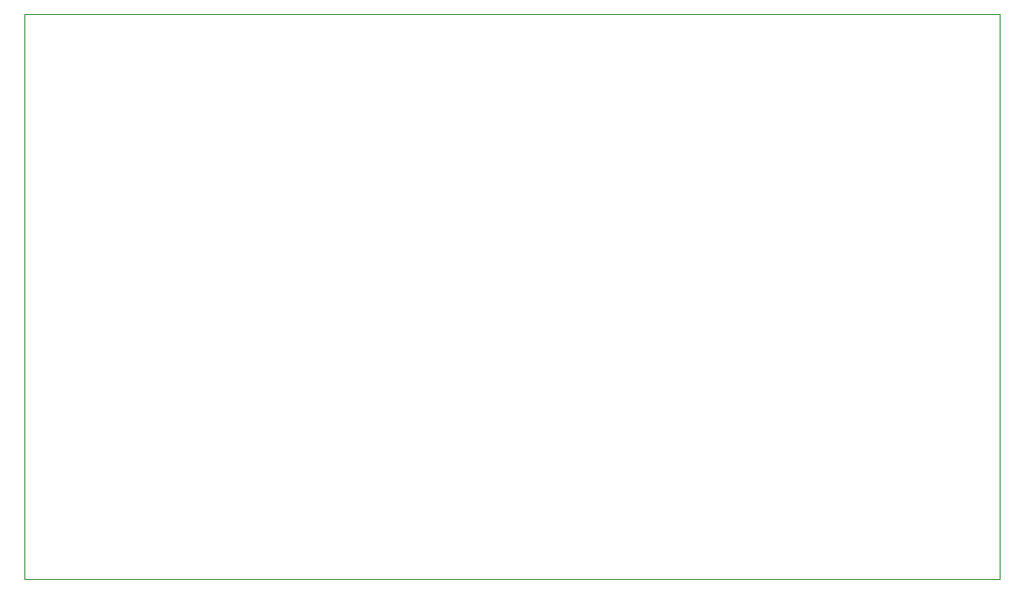
<source format=gm1>
%TF.GenerationSoftware,KiCad,Pcbnew,9.0.7*%
%TF.CreationDate,2026-02-09T12:59:15-05:00*%
%TF.ProjectId,led-planets,6c65642d-706c-4616-9e65-74732e6b6963,rev?*%
%TF.SameCoordinates,Original*%
%TF.FileFunction,Profile,NP*%
%FSLAX46Y46*%
G04 Gerber Fmt 4.6, Leading zero omitted, Abs format (unit mm)*
G04 Created by KiCad (PCBNEW 9.0.7) date 2026-02-09 12:59:15*
%MOMM*%
%LPD*%
G01*
G04 APERTURE LIST*
%TA.AperFunction,Profile*%
%ADD10C,0.050000*%
%TD*%
G04 APERTURE END LIST*
D10*
X46000000Y-48000000D02*
X134000000Y-48000000D01*
X134000000Y-99000000D01*
X46000000Y-99000000D01*
X46000000Y-48000000D01*
M02*

</source>
